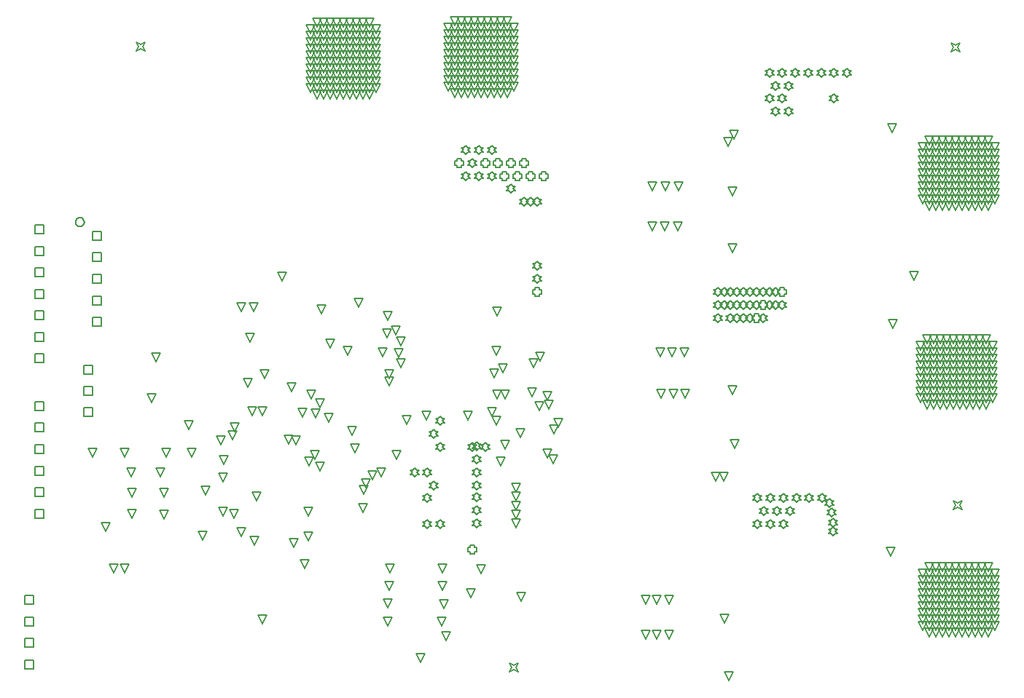
<source format=gbr>
%FSTAX23Y23*%
%MOIN*%
%SFA1B1*%

%IPPOS*%
%ADD123C,0.005000*%
%ADD124C,0.006670*%
%LNpcb_drawing_1-1*%
%LPD*%
G54D123*
X06775Y0231D02*
X06785Y0233D01*
X06775Y0235*
X06795Y0234*
X06815Y0235*
X06805Y0233*
X06815Y0231*
X06795Y0232*
X06775Y0231*
X06765Y04405D02*
X06775Y04425D01*
X06765Y04445*
X06785Y04435*
X06805Y04445*
X06795Y04425*
X06805Y04405*
X06785Y04415*
X06765Y04405*
X04745Y01565D02*
X04755Y01585D01*
X04745Y01605*
X04765Y01595*
X04785Y01605*
X04775Y01585*
X04785Y01565*
X04765Y01575*
X04745Y01565*
X0304Y0441D02*
X0305Y0443D01*
X0304Y0445*
X0306Y0444*
X0308Y0445*
X0307Y0443*
X0308Y0441*
X0306Y0442*
X0304Y0441*
X02575Y02271D02*
Y02311D01*
X02615*
Y02271*
X02575*
Y0237D02*
Y0241D01*
X02615*
Y0237*
X02575*
Y02468D02*
Y02508D01*
X02615*
Y02468*
X02575*
Y02566D02*
Y02606D01*
X02615*
Y02566*
X02575*
Y02665D02*
Y02705D01*
X02615*
Y02665*
X02575*
Y02763D02*
Y02803D01*
X02615*
Y02763*
X02575*
Y03572D02*
Y03612D01*
X02615*
Y03572*
X02575*
Y03474D02*
Y03514D01*
X02615*
Y03474*
X02575*
Y03376D02*
Y03416D01*
X02615*
Y03376*
X02575*
Y03277D02*
Y03317D01*
X02615*
Y03277*
X02575*
Y03179D02*
Y03219D01*
X02615*
Y03179*
X02575*
Y0308D02*
Y0312D01*
X02615*
Y0308*
X02575*
Y02982D02*
Y03022D01*
X02615*
Y02982*
X02575*
X0284Y03544D02*
Y03584D01*
X0288*
Y03544*
X0284*
Y03445D02*
Y03485D01*
X0288*
Y03445*
X0284*
Y03347D02*
Y03387D01*
X0288*
Y03347*
X0284*
Y03248D02*
Y03288D01*
X0288*
Y03248*
X0284*
Y0315D02*
Y0319D01*
X0288*
Y0315*
X0284*
X028Y02735D02*
Y02775D01*
X0284*
Y02735*
X028*
Y02833D02*
Y02873D01*
X0284*
Y02833*
X028*
Y02931D02*
Y02971D01*
X0284*
Y02931*
X028*
X0253Y01876D02*
Y01916D01*
X0257*
Y01876*
X0253*
Y01778D02*
Y01818D01*
X0257*
Y01778*
X0253*
Y0168D02*
Y0172D01*
X0257*
Y0168*
X0253*
Y01581D02*
Y01621D01*
X0257*
Y01581*
X0253*
X03165Y02365D02*
X03145Y02405D01*
X03185*
X03165Y02365*
Y02265D02*
X03145Y02305D01*
X03185*
X03165Y02265*
X054Y0377D02*
X0538Y0381D01*
X0542*
X054Y0377*
X04715Y02936D02*
X04695Y02976D01*
X04735*
X04715Y02936*
X04675Y02914D02*
X04655Y02954D01*
X04695*
X04675Y02914*
X0469Y02816D02*
X0467Y02856D01*
X0471*
X0469Y02816*
X04725Y02815D02*
X04705Y02855D01*
X04745*
X04725Y02815*
X04195Y02875D02*
X04175Y02915D01*
X04215*
X04195Y02875*
Y0291D02*
X04175Y0295D01*
X04215*
X04195Y0291*
X05984Y03297D02*
Y03287D01*
X06004*
Y03297*
X06014*
Y03317*
X06004*
Y03327*
X05984*
Y03317*
X05974*
Y03297*
X05984*
X05895Y03238D02*
Y03228D01*
X05915*
Y03238*
X05925*
Y03258*
X05915*
Y03268*
X05895*
Y03258*
X05885*
Y03238*
X05895*
X05865Y03178D02*
Y03168D01*
X05885*
Y03178*
X05895*
Y03198*
X05885*
Y03208*
X05865*
Y03198*
X05855*
Y03178*
X05865*
X04891Y03828D02*
Y03818D01*
X04911*
Y03828*
X04921*
Y03848*
X04911*
Y03858*
X04891*
Y03848*
X04881*
Y03828*
X04891*
X04832D02*
Y03818D01*
X04852*
Y03828*
X04862*
Y03848*
X04852*
Y03858*
X04832*
Y03848*
X04822*
Y03828*
X04832*
X04862Y03297D02*
Y03287D01*
X04882*
Y03297*
X04892*
Y03317*
X04882*
Y03327*
X04862*
Y03317*
X04852*
Y03297*
X04862*
X04802Y03887D02*
Y03877D01*
X04822*
Y03887*
X04832*
Y03907*
X04822*
Y03917*
X04802*
Y03907*
X04792*
Y03887*
X04802*
X04773Y03828D02*
Y03818D01*
X04793*
Y03828*
X04803*
Y03848*
X04793*
Y03858*
X04773*
Y03848*
X04763*
Y03828*
X04773*
X04743Y03887D02*
Y03877D01*
X04763*
Y03887*
X04773*
Y03907*
X04763*
Y03917*
X04743*
Y03907*
X04733*
Y03887*
X04743*
X04714Y03828D02*
Y03818D01*
X04734*
Y03828*
X04744*
Y03848*
X04734*
Y03858*
X04714*
Y03848*
X04704*
Y03828*
X04714*
X04684Y03887D02*
Y03877D01*
X04704*
Y03887*
X04714*
Y03907*
X04704*
Y03917*
X04684*
Y03907*
X04674*
Y03887*
X04684*
X04625D02*
Y03877D01*
X04645*
Y03887*
X04655*
Y03907*
X04645*
Y03917*
X04625*
Y03907*
X04615*
Y03887*
X04625*
X04566Y02115D02*
Y02105D01*
X04586*
Y02115*
X04596*
Y02135*
X04586*
Y02145*
X04566*
Y02135*
X04556*
Y02115*
X04566*
X04507Y03887D02*
Y03877D01*
X04527*
Y03887*
X04537*
Y03907*
X04527*
Y03917*
X04507*
Y03907*
X04497*
Y03887*
X04507*
X0388Y02776D02*
X0386Y02816D01*
X039*
X0388Y02776*
X0384Y02816D02*
X0382Y02856D01*
X0386*
X0384Y02816*
X04945Y0252D02*
X04925Y0256D01*
X04965*
X04945Y0252*
X04919Y02545D02*
X04899Y02585D01*
X04939*
X04919Y02545*
X04948Y02655D02*
X04928Y02695D01*
X04968*
X04948Y02655*
X0497Y02685D02*
X0495Y02725D01*
X0499*
X0497Y02685*
X05725Y0244D02*
X05705Y0248D01*
X05745*
X05725Y0244*
X0569D02*
X0567Y0248D01*
X0571*
X0569Y0244*
X05747Y03973D02*
X05727Y04013D01*
X05767*
X05747Y03973*
X04775Y02225D02*
X04755Y02265D01*
X04795*
X04775Y02225*
Y02265D02*
X04755Y02305D01*
X04795*
X04775Y02265*
Y02305D02*
X04755Y02345D01*
X04795*
X04775Y02305*
Y0235D02*
X04755Y0239D01*
X04795*
X04775Y0235*
Y0239D02*
X04755Y0243D01*
X04795*
X04775Y0239*
X0356Y03075D02*
X0354Y03115D01*
X0358*
X0356Y03075*
X03625Y0291D02*
X03605Y0295D01*
X03645*
X03625Y0291*
X038Y02732D02*
X0378Y02772D01*
X0382*
X038Y02732*
X0386Y0273D02*
X0384Y0277D01*
X0388*
X0386Y0273*
X0392Y0271D02*
X039Y0275D01*
X0394*
X0392Y0271*
X0425Y0306D02*
X0423Y031D01*
X0427*
X0425Y0306*
X04665Y02735D02*
X04645Y02775D01*
X04685*
X04665Y02735*
X04685Y02695D02*
X04665Y02735D01*
X04705*
X04685Y02695*
X03355Y02375D02*
X03335Y02415D01*
X03375*
X03355Y02375*
X03435Y02435D02*
X03415Y02475D01*
X03455*
X03435Y02435*
X04635Y02578D02*
X04645Y02588D01*
X04655*
X04645Y02598*
X04655Y02608*
X04645*
X04635Y02618*
X04625Y02608*
X04615*
X04625Y02598*
X04615Y02588*
X04625*
X04635Y02578*
X04576D02*
X04586Y02588D01*
X04596*
X04586Y02598*
X04596Y02608*
X04586*
X04576Y02618*
X04566Y02608*
X04556*
X04566Y02598*
X04556Y02588*
X04566*
X04576Y02578*
X05964Y03228D02*
X05974Y03238D01*
X05984*
X05974Y03248*
X05984Y03258*
X05974*
X05964Y03268*
X05954Y03258*
X05944*
X05954Y03248*
X05944Y03238*
X05954*
X05964Y03228*
X05935Y03287D02*
X05945Y03297D01*
X05955*
X05945Y03307*
X05955Y03317*
X05945*
X05935Y03327*
X05925Y03317*
X05915*
X05925Y03307*
X05915Y03297*
X05925*
X05935Y03287*
X05875D02*
X05885Y03297D01*
X05895*
X05885Y03307*
X05895Y03317*
X05885*
X05875Y03327*
X05865Y03317*
X05855*
X05865Y03307*
X05855Y03297*
X05865*
X05875Y03287*
X05846Y03228D02*
X05856Y03238D01*
X05866*
X05856Y03248*
X05866Y03258*
X05856*
X05846Y03268*
X05836Y03258*
X05826*
X05836Y03248*
X05826Y03238*
X05836*
X05846Y03228*
X05816Y03287D02*
X05826Y03297D01*
X05836*
X05826Y03307*
X05836Y03317*
X05826*
X05816Y03327*
X05806Y03317*
X05796*
X05806Y03307*
X05796Y03297*
X05806*
X05816Y03287*
X05787Y03228D02*
X05797Y03238D01*
X05807*
X05797Y03248*
X05807Y03258*
X05797*
X05787Y03268*
X05777Y03258*
X05767*
X05777Y03248*
X05767Y03238*
X05777*
X05787Y03228*
X05816Y03168D02*
X05826Y03178D01*
X05836*
X05826Y03188*
X05836Y03198*
X05826*
X05816Y03208*
X05806Y03198*
X05796*
X05806Y03188*
X05796Y03178*
X05806*
X05816Y03168*
X05757Y03287D02*
X05767Y03297D01*
X05777*
X05767Y03307*
X05777Y03317*
X05767*
X05757Y03327*
X05747Y03317*
X05737*
X05747Y03307*
X05737Y03297*
X05747*
X05757Y03287*
X05728Y03228D02*
X05738Y03238D01*
X05748*
X05738Y03248*
X05748Y03258*
X05738*
X05728Y03268*
X05718Y03258*
X05708*
X05718Y03248*
X05708Y03238*
X05718*
X05728Y03228*
X05757Y03168D02*
X05767Y03178D01*
X05777*
X05767Y03188*
X05777Y03198*
X05767*
X05757Y03208*
X05747Y03198*
X05737*
X05747Y03188*
X05737Y03178*
X05747*
X05757Y03168*
X05698Y03287D02*
X05708Y03297D01*
X05718*
X05708Y03307*
X05718Y03317*
X05708*
X05698Y03327*
X05688Y03317*
X05678*
X05688Y03307*
X05678Y03297*
X05688*
X05698Y03287*
X04842Y037D02*
X04852Y0371D01*
X04862*
X04852Y0372*
X04862Y0373*
X04852*
X04842Y0374*
X04832Y0373*
X04822*
X04832Y0372*
X04822Y0371*
X04832*
X04842Y037*
X04872Y03405D02*
X04882Y03415D01*
X04892*
X04882Y03425*
X04892Y03435*
X04882*
X04872Y03445*
X04862Y03435*
X04852*
X04862Y03425*
X04852Y03415*
X04862*
X04872Y03405*
X04753Y03759D02*
X04763Y03769D01*
X04773*
X04763Y03779*
X04773Y03789*
X04763*
X04753Y03799*
X04743Y03789*
X04733*
X04743Y03779*
X04733Y03769*
X04743*
X04753Y03759*
X04665Y03936D02*
X04675Y03946D01*
X04685*
X04675Y03956*
X04685Y03966*
X04675*
X04665Y03976*
X04655Y03966*
X04645*
X04655Y03956*
X04645Y03946*
X04655*
X04665Y03936*
Y03818D02*
X04675Y03828D01*
X04685*
X04675Y03838*
X04685Y03848*
X04675*
X04665Y03858*
X04655Y03848*
X04645*
X04655Y03838*
X04645Y03828*
X04655*
X04665Y03818*
X04606Y03936D02*
X04616Y03946D01*
X04626*
X04616Y03956*
X04626Y03966*
X04616*
X04606Y03976*
X04596Y03966*
X04586*
X04596Y03956*
X04586Y03946*
X04596*
X04606Y03936*
Y03818D02*
X04616Y03828D01*
X04626*
X04616Y03838*
X04626Y03848*
X04616*
X04606Y03858*
X04596Y03848*
X04586*
X04596Y03838*
X04586Y03828*
X04596*
X04606Y03818*
X04547Y03936D02*
X04557Y03946D01*
X04567*
X04557Y03956*
X04567Y03966*
X04557*
X04547Y03976*
X04537Y03966*
X04527*
X04537Y03956*
X04527Y03946*
X04537*
X04547Y03936*
X04576Y03877D02*
X04586Y03887D01*
X04596*
X04586Y03897*
X04596Y03907*
X04586*
X04576Y03917*
X04566Y03907*
X04556*
X04566Y03897*
X04556Y03887*
X04566*
X04576Y03877*
X04547Y03818D02*
X04557Y03828D01*
X04567*
X04557Y03838*
X04567Y03848*
X04557*
X04547Y03858*
X04537Y03848*
X04527*
X04537Y03838*
X04527Y03828*
X04537*
X04547Y03818*
X0328Y02675D02*
X0326Y02715D01*
X033*
X0328Y02675*
X0344Y02515D02*
X0342Y02555D01*
X0346*
X0344Y02515*
X03294Y0255D02*
X03274Y0259D01*
X03314*
X03294Y0255*
X0359Y0235D02*
X0357Y0239D01*
X0361*
X0359Y0235*
X0358Y02145D02*
X0356Y02185D01*
X036*
X0358Y02145*
X03825Y02165D02*
X03805Y02205D01*
X03845*
X03825Y02165*
X03435Y0228D02*
X03415Y0232D01*
X03455*
X03435Y0228*
X0284Y0255D02*
X0282Y0259D01*
X0286*
X0284Y0255*
X029Y0221D02*
X0288Y0225D01*
X0292*
X029Y0221*
X0355Y0287D02*
X0353Y0291D01*
X0357*
X0355Y0287*
X04455Y0171D02*
X04435Y0175D01*
X04475*
X04455Y0171*
X0424Y03005D02*
X0422Y03045D01*
X0426*
X0424Y03005*
X03885Y03205D02*
X03865Y03245D01*
X03905*
X03885Y03205*
X04005Y03015D02*
X03985Y03055D01*
X04025*
X04005Y03015*
X03925Y0305D02*
X03905Y0309D01*
X03945*
X03925Y0305*
X0457Y01905D02*
X0455Y01945D01*
X0459*
X0457Y01905*
X0434Y0161D02*
X0432Y0165D01*
X0436*
X0434Y0161*
X03705Y03355D02*
X03685Y03395D01*
X03725*
X03705Y03355*
X0352Y03215D02*
X035Y03255D01*
X0354*
X0352Y03215*
X03575D02*
X03555Y03255D01*
X03595*
X03575Y03215*
X0313Y02985D02*
X0311Y03025D01*
X0315*
X0313Y02985*
X0311Y028D02*
X0309Y0284D01*
X0313*
X0311Y028*
X03343Y02171D02*
X03323Y02211D01*
X03363*
X03343Y02171*
X0381Y0204D02*
X0379Y0208D01*
X0383*
X0381Y0204*
X03615Y01785D02*
X03595Y01825D01*
X03635*
X03615Y01785*
X03925Y0443D02*
X03905Y0447D01*
X03945*
X03925Y0443*
X03955D02*
X03935Y0447D01*
X03975*
X03955Y0443*
X03985D02*
X03965Y0447D01*
X04005*
X03985Y0443*
X04015D02*
X03995Y0447D01*
X04035*
X04015Y0443*
X04045D02*
X04025Y0447D01*
X04065*
X04045Y0443*
Y044D02*
X04025Y0444D01*
X04065*
X04045Y044*
X04015D02*
X03995Y0444D01*
X04035*
X04015Y044*
X03985D02*
X03965Y0444D01*
X04005*
X03985Y044*
X03955D02*
X03935Y0444D01*
X03975*
X03955Y044*
X03925D02*
X03905Y0444D01*
X03945*
X03925Y044*
Y0437D02*
X03905Y0441D01*
X03945*
X03925Y0437*
X03955D02*
X03935Y0441D01*
X03975*
X03955Y0437*
X03985D02*
X03965Y0441D01*
X04005*
X03985Y0437*
X04015D02*
X03995Y0441D01*
X04035*
X04015Y0437*
X04045D02*
X04025Y0441D01*
X04065*
X04045Y0437*
Y0434D02*
X04025Y0438D01*
X04065*
X04045Y0434*
X04015D02*
X03995Y0438D01*
X04035*
X04015Y0434*
X03985D02*
X03965Y0438D01*
X04005*
X03985Y0434*
X03955D02*
X03935Y0438D01*
X03975*
X03955Y0434*
X03925D02*
X03905Y0438D01*
X03945*
X03925Y0434*
Y0431D02*
X03905Y0435D01*
X03945*
X03925Y0431*
X03955D02*
X03935Y0435D01*
X03975*
X03955Y0431*
X03985D02*
X03965Y0435D01*
X04005*
X03985Y0431*
X04015D02*
X03995Y0435D01*
X04035*
X04015Y0431*
X04045D02*
X04025Y0435D01*
X04065*
X04045Y0431*
Y0428D02*
X04025Y0432D01*
X04065*
X04045Y0428*
X04015D02*
X03995Y0432D01*
X04035*
X04015Y0428*
X03985D02*
X03965Y0432D01*
X04005*
X03985Y0428*
X03955D02*
X03935Y0432D01*
X03975*
X03955Y0428*
X03925D02*
X03905Y0432D01*
X03945*
X03925Y0428*
Y0425D02*
X03905Y0429D01*
X03945*
X03925Y0425*
X03955D02*
X03935Y0429D01*
X03975*
X03955Y0425*
X03985D02*
X03965Y0429D01*
X04005*
X03985Y0425*
X04015D02*
X03995Y0429D01*
X04035*
X04015Y0425*
X04045D02*
X04025Y0429D01*
X04065*
X04045Y0425*
Y0422D02*
X04025Y0426D01*
X04065*
X04045Y0422*
X04015D02*
X03995Y0426D01*
X04035*
X04015Y0422*
X03985D02*
X03965Y0426D01*
X04005*
X03985Y0422*
X03955D02*
X03935Y0426D01*
X03975*
X03955Y0422*
X03925D02*
X03905Y0426D01*
X03945*
X03925Y0422*
Y0419D02*
X03905Y0423D01*
X03945*
X03925Y0419*
X03955D02*
X03935Y0423D01*
X03975*
X03955Y0419*
X03985D02*
X03965Y0423D01*
X04005*
X03985Y0419*
X04015D02*
X03995Y0423D01*
X04035*
X04015Y0419*
X04045D02*
X04025Y0423D01*
X04065*
X04045Y0419*
Y0446D02*
X04025Y045D01*
X04065*
X04045Y0446*
X04015D02*
X03995Y045D01*
X04035*
X04015Y0446*
X03985D02*
X03965Y045D01*
X04005*
X03985Y0446*
X03955D02*
X03935Y045D01*
X03975*
X03955Y0446*
X03925D02*
X03905Y045D01*
X03945*
X03925Y0446*
Y0449D02*
X03905Y0453D01*
X03945*
X03925Y0449*
X03955D02*
X03935Y0453D01*
X03975*
X03955Y0449*
X03985D02*
X03965Y0453D01*
X04005*
X03985Y0449*
X04015D02*
X03995Y0453D01*
X04035*
X04015Y0449*
X04045Y0452D02*
X04025Y0456D01*
X04065*
X04045Y0452*
X04015D02*
X03995Y0456D01*
X04035*
X04015Y0452*
X03985D02*
X03965Y0456D01*
X04005*
X03985Y0452*
X03955D02*
X03935Y0456D01*
X03975*
X03955Y0452*
X03925D02*
X03905Y0456D01*
X03945*
X03925Y0452*
X04045Y0449D02*
X04025Y0453D01*
X04065*
X04045Y0449*
X04075Y0452D02*
X04055Y0456D01*
X04095*
X04075Y0452*
Y0449D02*
X04055Y0453D01*
X04095*
X04075Y0449*
Y0446D02*
X04055Y045D01*
X04095*
X04075Y0446*
Y0443D02*
X04055Y0447D01*
X04095*
X04075Y0443*
Y044D02*
X04055Y0444D01*
X04095*
X04075Y044*
Y0437D02*
X04055Y0441D01*
X04095*
X04075Y0437*
Y0434D02*
X04055Y0438D01*
X04095*
X04075Y0434*
Y0431D02*
X04055Y0435D01*
X04095*
X04075Y0431*
Y0428D02*
X04055Y0432D01*
X04095*
X04075Y0428*
Y0425D02*
X04055Y0429D01*
X04095*
X04075Y0425*
Y0422D02*
X04055Y0426D01*
X04095*
X04075Y0422*
Y0419D02*
X04055Y0423D01*
X04095*
X04075Y0419*
X04105Y0452D02*
X04085Y0456D01*
X04125*
X04105Y0452*
Y0449D02*
X04085Y0453D01*
X04125*
X04105Y0449*
Y0446D02*
X04085Y045D01*
X04125*
X04105Y0446*
Y0443D02*
X04085Y0447D01*
X04125*
X04105Y0443*
Y044D02*
X04085Y0444D01*
X04125*
X04105Y044*
Y0437D02*
X04085Y0441D01*
X04125*
X04105Y0437*
Y0434D02*
X04085Y0438D01*
X04125*
X04105Y0434*
Y0431D02*
X04085Y0435D01*
X04125*
X04105Y0431*
Y0428D02*
X04085Y0432D01*
X04125*
X04105Y0428*
Y0425D02*
X04085Y0429D01*
X04125*
X04105Y0425*
Y0422D02*
X04085Y0426D01*
X04125*
X04105Y0422*
Y0419D02*
X04085Y0423D01*
X04125*
X04105Y0419*
X04135Y0449D02*
X04115Y0453D01*
X04155*
X04135Y0449*
Y0446D02*
X04115Y045D01*
X04155*
X04135Y0446*
Y0443D02*
X04115Y0447D01*
X04155*
X04135Y0443*
Y044D02*
X04115Y0444D01*
X04155*
X04135Y044*
Y0437D02*
X04115Y0441D01*
X04155*
X04135Y0437*
Y0434D02*
X04115Y0438D01*
X04155*
X04135Y0434*
Y0431D02*
X04115Y0435D01*
X04155*
X04135Y0431*
Y0428D02*
X04115Y0432D01*
X04155*
X04135Y0428*
Y0425D02*
X04115Y0429D01*
X04155*
X04135Y0425*
Y0422D02*
X04115Y0426D01*
X04155*
X04135Y0422*
X03895Y0419D02*
X03875Y0423D01*
X03915*
X03895Y0419*
Y0422D02*
X03875Y0426D01*
X03915*
X03895Y0422*
Y0425D02*
X03875Y0429D01*
X03915*
X03895Y0425*
Y0428D02*
X03875Y0432D01*
X03915*
X03895Y0428*
Y0431D02*
X03875Y0435D01*
X03915*
X03895Y0431*
Y0434D02*
X03875Y0438D01*
X03915*
X03895Y0434*
Y0437D02*
X03875Y0441D01*
X03915*
X03895Y0437*
Y044D02*
X03875Y0444D01*
X03915*
X03895Y044*
Y0443D02*
X03875Y0447D01*
X03915*
X03895Y0443*
Y0446D02*
X03875Y045D01*
X03915*
X03895Y0446*
Y0449D02*
X03875Y0453D01*
X03915*
X03895Y0449*
Y0452D02*
X03875Y0456D01*
X03915*
X03895Y0452*
X03865D02*
X03845Y0456D01*
X03885*
X03865Y0452*
Y0449D02*
X03845Y0453D01*
X03885*
X03865Y0449*
Y0446D02*
X03845Y045D01*
X03885*
X03865Y0446*
Y0443D02*
X03845Y0447D01*
X03885*
X03865Y0443*
Y044D02*
X03845Y0444D01*
X03885*
X03865Y044*
Y0437D02*
X03845Y0441D01*
X03885*
X03865Y0437*
Y0434D02*
X03845Y0438D01*
X03885*
X03865Y0434*
Y0431D02*
X03845Y0435D01*
X03885*
X03865Y0431*
Y0428D02*
X03845Y0432D01*
X03885*
X03865Y0428*
Y0425D02*
X03845Y0429D01*
X03885*
X03865Y0425*
Y0422D02*
X03845Y0426D01*
X03885*
X03865Y0422*
Y0419D02*
X03845Y0423D01*
X03885*
X03865Y0419*
X03835Y0422D02*
X03815Y0426D01*
X03855*
X03835Y0422*
Y0425D02*
X03815Y0429D01*
X03855*
X03835Y0425*
Y0428D02*
X03815Y0432D01*
X03855*
X03835Y0428*
Y0431D02*
X03815Y0435D01*
X03855*
X03835Y0431*
Y0434D02*
X03815Y0438D01*
X03855*
X03835Y0434*
Y0437D02*
X03815Y0441D01*
X03855*
X03835Y0437*
Y044D02*
X03815Y0444D01*
X03855*
X03835Y044*
Y0443D02*
X03815Y0447D01*
X03855*
X03835Y0443*
Y0446D02*
X03815Y045D01*
X03855*
X03835Y0446*
Y0449D02*
X03815Y0453D01*
X03855*
X03835Y0449*
X04465Y04495D02*
X04445Y04535D01*
X04485*
X04465Y04495*
Y04465D02*
X04445Y04505D01*
X04485*
X04465Y04465*
Y04435D02*
X04445Y04475D01*
X04485*
X04465Y04435*
Y04405D02*
X04445Y04445D01*
X04485*
X04465Y04405*
Y04375D02*
X04445Y04415D01*
X04485*
X04465Y04375*
Y04345D02*
X04445Y04385D01*
X04485*
X04465Y04345*
Y04315D02*
X04445Y04355D01*
X04485*
X04465Y04315*
Y04285D02*
X04445Y04325D01*
X04485*
X04465Y04285*
Y04255D02*
X04445Y04295D01*
X04485*
X04465Y04255*
Y04225D02*
X04445Y04265D01*
X04485*
X04465Y04225*
X04495Y04195D02*
X04475Y04235D01*
X04515*
X04495Y04195*
Y04225D02*
X04475Y04265D01*
X04515*
X04495Y04225*
Y04255D02*
X04475Y04295D01*
X04515*
X04495Y04255*
Y04285D02*
X04475Y04325D01*
X04515*
X04495Y04285*
Y04315D02*
X04475Y04355D01*
X04515*
X04495Y04315*
Y04345D02*
X04475Y04385D01*
X04515*
X04495Y04345*
Y04375D02*
X04475Y04415D01*
X04515*
X04495Y04375*
Y04405D02*
X04475Y04445D01*
X04515*
X04495Y04405*
Y04435D02*
X04475Y04475D01*
X04515*
X04495Y04435*
Y04465D02*
X04475Y04505D01*
X04515*
X04495Y04465*
Y04495D02*
X04475Y04535D01*
X04515*
X04495Y04495*
Y04525D02*
X04475Y04565D01*
X04515*
X04495Y04525*
X04525D02*
X04505Y04565D01*
X04545*
X04525Y04525*
Y04495D02*
X04505Y04535D01*
X04545*
X04525Y04495*
Y04465D02*
X04505Y04505D01*
X04545*
X04525Y04465*
Y04435D02*
X04505Y04475D01*
X04545*
X04525Y04435*
Y04405D02*
X04505Y04445D01*
X04545*
X04525Y04405*
Y04375D02*
X04505Y04415D01*
X04545*
X04525Y04375*
Y04345D02*
X04505Y04385D01*
X04545*
X04525Y04345*
Y04315D02*
X04505Y04355D01*
X04545*
X04525Y04315*
Y04285D02*
X04505Y04325D01*
X04545*
X04525Y04285*
Y04255D02*
X04505Y04295D01*
X04545*
X04525Y04255*
Y04225D02*
X04505Y04265D01*
X04545*
X04525Y04225*
Y04195D02*
X04505Y04235D01*
X04545*
X04525Y04195*
X04765Y04225D02*
X04745Y04265D01*
X04785*
X04765Y04225*
Y04255D02*
X04745Y04295D01*
X04785*
X04765Y04255*
Y04285D02*
X04745Y04325D01*
X04785*
X04765Y04285*
Y04315D02*
X04745Y04355D01*
X04785*
X04765Y04315*
Y04345D02*
X04745Y04385D01*
X04785*
X04765Y04345*
Y04375D02*
X04745Y04415D01*
X04785*
X04765Y04375*
Y04405D02*
X04745Y04445D01*
X04785*
X04765Y04405*
Y04435D02*
X04745Y04475D01*
X04785*
X04765Y04435*
Y04465D02*
X04745Y04505D01*
X04785*
X04765Y04465*
Y04495D02*
X04745Y04535D01*
X04785*
X04765Y04495*
X04735Y04195D02*
X04715Y04235D01*
X04755*
X04735Y04195*
Y04225D02*
X04715Y04265D01*
X04755*
X04735Y04225*
Y04255D02*
X04715Y04295D01*
X04755*
X04735Y04255*
Y04285D02*
X04715Y04325D01*
X04755*
X04735Y04285*
Y04315D02*
X04715Y04355D01*
X04755*
X04735Y04315*
Y04345D02*
X04715Y04385D01*
X04755*
X04735Y04345*
Y04375D02*
X04715Y04415D01*
X04755*
X04735Y04375*
Y04405D02*
X04715Y04445D01*
X04755*
X04735Y04405*
Y04435D02*
X04715Y04475D01*
X04755*
X04735Y04435*
Y04465D02*
X04715Y04505D01*
X04755*
X04735Y04465*
Y04495D02*
X04715Y04535D01*
X04755*
X04735Y04495*
Y04525D02*
X04715Y04565D01*
X04755*
X04735Y04525*
X04705Y04195D02*
X04685Y04235D01*
X04725*
X04705Y04195*
Y04225D02*
X04685Y04265D01*
X04725*
X04705Y04225*
Y04255D02*
X04685Y04295D01*
X04725*
X04705Y04255*
Y04285D02*
X04685Y04325D01*
X04725*
X04705Y04285*
Y04315D02*
X04685Y04355D01*
X04725*
X04705Y04315*
Y04345D02*
X04685Y04385D01*
X04725*
X04705Y04345*
Y04375D02*
X04685Y04415D01*
X04725*
X04705Y04375*
Y04405D02*
X04685Y04445D01*
X04725*
X04705Y04405*
Y04435D02*
X04685Y04475D01*
X04725*
X04705Y04435*
Y04465D02*
X04685Y04505D01*
X04725*
X04705Y04465*
Y04495D02*
X04685Y04535D01*
X04725*
X04705Y04495*
Y04525D02*
X04685Y04565D01*
X04725*
X04705Y04525*
X04675Y04495D02*
X04655Y04535D01*
X04695*
X04675Y04495*
X04555Y04525D02*
X04535Y04565D01*
X04575*
X04555Y04525*
X04585D02*
X04565Y04565D01*
X04605*
X04585Y04525*
X04615D02*
X04595Y04565D01*
X04635*
X04615Y04525*
X04645D02*
X04625Y04565D01*
X04665*
X04645Y04525*
X04675D02*
X04655Y04565D01*
X04695*
X04675Y04525*
X04645Y04495D02*
X04625Y04535D01*
X04665*
X04645Y04495*
X04615D02*
X04595Y04535D01*
X04635*
X04615Y04495*
X04585D02*
X04565Y04535D01*
X04605*
X04585Y04495*
X04555D02*
X04535Y04535D01*
X04575*
X04555Y04495*
Y04465D02*
X04535Y04505D01*
X04575*
X04555Y04465*
X04585D02*
X04565Y04505D01*
X04605*
X04585Y04465*
X04615D02*
X04595Y04505D01*
X04635*
X04615Y04465*
X04645D02*
X04625Y04505D01*
X04665*
X04645Y04465*
X04675D02*
X04655Y04505D01*
X04695*
X04675Y04465*
Y04195D02*
X04655Y04235D01*
X04695*
X04675Y04195*
X04645D02*
X04625Y04235D01*
X04665*
X04645Y04195*
X04615D02*
X04595Y04235D01*
X04635*
X04615Y04195*
X04585D02*
X04565Y04235D01*
X04605*
X04585Y04195*
X04555D02*
X04535Y04235D01*
X04575*
X04555Y04195*
Y04225D02*
X04535Y04265D01*
X04575*
X04555Y04225*
X04585D02*
X04565Y04265D01*
X04605*
X04585Y04225*
X04615D02*
X04595Y04265D01*
X04635*
X04615Y04225*
X04645D02*
X04625Y04265D01*
X04665*
X04645Y04225*
X04675D02*
X04655Y04265D01*
X04695*
X04675Y04225*
Y04255D02*
X04655Y04295D01*
X04695*
X04675Y04255*
X04645D02*
X04625Y04295D01*
X04665*
X04645Y04255*
X04615D02*
X04595Y04295D01*
X04635*
X04615Y04255*
X04585D02*
X04565Y04295D01*
X04605*
X04585Y04255*
X04555D02*
X04535Y04295D01*
X04575*
X04555Y04255*
Y04285D02*
X04535Y04325D01*
X04575*
X04555Y04285*
X04585D02*
X04565Y04325D01*
X04605*
X04585Y04285*
X04615D02*
X04595Y04325D01*
X04635*
X04615Y04285*
X04645D02*
X04625Y04325D01*
X04665*
X04645Y04285*
X04675D02*
X04655Y04325D01*
X04695*
X04675Y04285*
Y04315D02*
X04655Y04355D01*
X04695*
X04675Y04315*
X04645D02*
X04625Y04355D01*
X04665*
X04645Y04315*
X04615D02*
X04595Y04355D01*
X04635*
X04615Y04315*
X04585D02*
X04565Y04355D01*
X04605*
X04585Y04315*
X04555D02*
X04535Y04355D01*
X04575*
X04555Y04315*
Y04345D02*
X04535Y04385D01*
X04575*
X04555Y04345*
X04585D02*
X04565Y04385D01*
X04605*
X04585Y04345*
X04615D02*
X04595Y04385D01*
X04635*
X04615Y04345*
X04645D02*
X04625Y04385D01*
X04665*
X04645Y04345*
X04675D02*
X04655Y04385D01*
X04695*
X04675Y04345*
Y04375D02*
X04655Y04415D01*
X04695*
X04675Y04375*
X04645D02*
X04625Y04415D01*
X04665*
X04645Y04375*
X04615D02*
X04595Y04415D01*
X04635*
X04615Y04375*
X04585D02*
X04565Y04415D01*
X04605*
X04585Y04375*
X04555D02*
X04535Y04415D01*
X04575*
X04555Y04375*
Y04405D02*
X04535Y04445D01*
X04575*
X04555Y04405*
X04585D02*
X04565Y04445D01*
X04605*
X04585Y04405*
X04615D02*
X04595Y04445D01*
X04635*
X04615Y04405*
X04645D02*
X04625Y04445D01*
X04665*
X04645Y04405*
X04675D02*
X04655Y04445D01*
X04695*
X04675Y04405*
Y04435D02*
X04655Y04475D01*
X04695*
X04675Y04435*
X04645D02*
X04625Y04475D01*
X04665*
X04645Y04435*
X04615D02*
X04595Y04475D01*
X04635*
X04615Y04435*
X04585D02*
X04565Y04475D01*
X04605*
X04585Y04435*
X04555D02*
X04535Y04475D01*
X04575*
X04555Y04435*
X06725Y0377D02*
X06705Y0381D01*
X06745*
X06725Y0377*
Y038D02*
X06705Y0384D01*
X06745*
X06725Y038*
Y0383D02*
X06705Y0387D01*
X06745*
X06725Y0383*
Y0386D02*
X06705Y039D01*
X06745*
X06725Y0386*
Y0389D02*
X06705Y0393D01*
X06745*
X06725Y0389*
X06755D02*
X06735Y0393D01*
X06775*
X06755Y0389*
Y0386D02*
X06735Y039D01*
X06775*
X06755Y0386*
Y0383D02*
X06735Y0387D01*
X06775*
X06755Y0383*
Y038D02*
X06735Y0384D01*
X06775*
X06755Y038*
Y0377D02*
X06735Y0381D01*
X06775*
X06755Y0377*
X06785D02*
X06765Y0381D01*
X06805*
X06785Y0377*
Y038D02*
X06765Y0384D01*
X06805*
X06785Y038*
Y0383D02*
X06765Y0387D01*
X06805*
X06785Y0383*
Y0386D02*
X06765Y039D01*
X06805*
X06785Y0386*
Y0389D02*
X06765Y0393D01*
X06805*
X06785Y0389*
X06815D02*
X06795Y0393D01*
X06835*
X06815Y0389*
Y0386D02*
X06795Y039D01*
X06835*
X06815Y0386*
Y0383D02*
X06795Y0387D01*
X06835*
X06815Y0383*
Y038D02*
X06795Y0384D01*
X06835*
X06815Y038*
Y0377D02*
X06795Y0381D01*
X06835*
X06815Y0377*
X06845D02*
X06825Y0381D01*
X06865*
X06845Y0377*
Y038D02*
X06825Y0384D01*
X06865*
X06845Y038*
Y0383D02*
X06825Y0387D01*
X06865*
X06845Y0383*
Y0386D02*
X06825Y039D01*
X06865*
X06845Y0386*
Y0389D02*
X06825Y0393D01*
X06865*
X06845Y0389*
X06875D02*
X06855Y0393D01*
X06895*
X06875Y0389*
Y0386D02*
X06855Y039D01*
X06895*
X06875Y0386*
Y0383D02*
X06855Y0387D01*
X06895*
X06875Y0383*
Y038D02*
X06855Y0384D01*
X06895*
X06875Y038*
Y0377D02*
X06855Y0381D01*
X06895*
X06875Y0377*
X06905D02*
X06885Y0381D01*
X06925*
X06905Y0377*
Y038D02*
X06885Y0384D01*
X06925*
X06905Y038*
Y0383D02*
X06885Y0387D01*
X06925*
X06905Y0383*
Y0386D02*
X06885Y039D01*
X06925*
X06905Y0386*
Y0389D02*
X06885Y0393D01*
X06925*
X06905Y0389*
X06935D02*
X06915Y0393D01*
X06955*
X06935Y0389*
Y0386D02*
X06915Y039D01*
X06955*
X06935Y0386*
Y0383D02*
X06915Y0387D01*
X06955*
X06935Y0383*
Y038D02*
X06915Y0384D01*
X06955*
X06935Y038*
Y0377D02*
X06915Y0381D01*
X06955*
X06935Y0377*
X06965D02*
X06945Y0381D01*
X06985*
X06965Y0377*
Y038D02*
X06945Y0384D01*
X06985*
X06965Y038*
Y0383D02*
X06945Y0387D01*
X06985*
X06965Y0383*
Y0386D02*
X06945Y039D01*
X06985*
X06965Y0386*
Y0389D02*
X06945Y0393D01*
X06985*
X06965Y0389*
X06695D02*
X06675Y0393D01*
X06715*
X06695Y0389*
Y0386D02*
X06675Y039D01*
X06715*
X06695Y0386*
Y0383D02*
X06675Y0387D01*
X06715*
X06695Y0383*
Y038D02*
X06675Y0384D01*
X06715*
X06695Y038*
Y0377D02*
X06675Y0381D01*
X06715*
X06695Y0377*
X06665D02*
X06645Y0381D01*
X06685*
X06665Y0377*
Y038D02*
X06645Y0384D01*
X06685*
X06665Y038*
Y0383D02*
X06645Y0387D01*
X06685*
X06665Y0383*
Y0386D02*
X06645Y039D01*
X06685*
X06665Y0386*
X06635Y0389D02*
X06615Y0393D01*
X06655*
X06635Y0389*
Y0386D02*
X06615Y039D01*
X06655*
X06635Y0386*
Y0383D02*
X06615Y0387D01*
X06655*
X06635Y0383*
Y038D02*
X06615Y0384D01*
X06655*
X06635Y038*
Y0377D02*
X06615Y0381D01*
X06655*
X06635Y0377*
X06665Y0389D02*
X06645Y0393D01*
X06685*
X06665Y0389*
X06635Y0392D02*
X06615Y0396D01*
X06655*
X06635Y0392*
X06665D02*
X06645Y0396D01*
X06685*
X06665Y0392*
X06695D02*
X06675Y0396D01*
X06715*
X06695Y0392*
X06725D02*
X06705Y0396D01*
X06745*
X06725Y0392*
X06755D02*
X06735Y0396D01*
X06775*
X06755Y0392*
X06785D02*
X06765Y0396D01*
X06805*
X06785Y0392*
X06815D02*
X06795Y0396D01*
X06835*
X06815Y0392*
X06845D02*
X06825Y0396D01*
X06865*
X06845Y0392*
X06875D02*
X06855Y0396D01*
X06895*
X06875Y0392*
X06905D02*
X06885Y0396D01*
X06925*
X06905Y0392*
X06935D02*
X06915Y0396D01*
X06955*
X06935Y0392*
X06965D02*
X06945Y0396D01*
X06985*
X06965Y0392*
X06635Y0395D02*
X06615Y0399D01*
X06655*
X06635Y0395*
X06665D02*
X06645Y0399D01*
X06685*
X06665Y0395*
X06695D02*
X06675Y0399D01*
X06715*
X06695Y0395*
X06725D02*
X06705Y0399D01*
X06745*
X06725Y0395*
X06755D02*
X06735Y0399D01*
X06775*
X06755Y0395*
X06785D02*
X06765Y0399D01*
X06805*
X06785Y0395*
X06815D02*
X06795Y0399D01*
X06835*
X06815Y0395*
X06845D02*
X06825Y0399D01*
X06865*
X06845Y0395*
X06875D02*
X06855Y0399D01*
X06895*
X06875Y0395*
X06905D02*
X06885Y0399D01*
X06925*
X06905Y0395*
X06935D02*
X06915Y0399D01*
X06955*
X06935Y0395*
X06965D02*
X06945Y0399D01*
X06985*
X06965Y0395*
X06665Y0398D02*
X06645Y0402D01*
X06685*
X06665Y0398*
X06695D02*
X06675Y0402D01*
X06715*
X06695Y0398*
X06725D02*
X06705Y0402D01*
X06745*
X06725Y0398*
X06755D02*
X06735Y0402D01*
X06775*
X06755Y0398*
X06785D02*
X06765Y0402D01*
X06805*
X06785Y0398*
X06815D02*
X06795Y0402D01*
X06835*
X06815Y0398*
X06845D02*
X06825Y0402D01*
X06865*
X06845Y0398*
X06875D02*
X06855Y0402D01*
X06895*
X06875Y0398*
X06905D02*
X06885Y0402D01*
X06925*
X06905Y0398*
X06935D02*
X06915Y0402D01*
X06955*
X06935Y0398*
X06965Y0374D02*
X06945Y0378D01*
X06985*
X06965Y0374*
X06935D02*
X06915Y0378D01*
X06955*
X06935Y0374*
X06905D02*
X06885Y0378D01*
X06925*
X06905Y0374*
X06875D02*
X06855Y0378D01*
X06895*
X06875Y0374*
X06845D02*
X06825Y0378D01*
X06865*
X06845Y0374*
X06815D02*
X06795Y0378D01*
X06835*
X06815Y0374*
X06785D02*
X06765Y0378D01*
X06805*
X06785Y0374*
X06755D02*
X06735Y0378D01*
X06775*
X06755Y0374*
X06725D02*
X06705Y0378D01*
X06745*
X06725Y0374*
X06695D02*
X06675Y0378D01*
X06715*
X06695Y0374*
X06665D02*
X06645Y0378D01*
X06685*
X06665Y0374*
X06635D02*
X06615Y0378D01*
X06655*
X06635Y0374*
Y0371D02*
X06615Y0375D01*
X06655*
X06635Y0371*
X06665D02*
X06645Y0375D01*
X06685*
X06665Y0371*
X06695D02*
X06675Y0375D01*
X06715*
X06695Y0371*
X06725D02*
X06705Y0375D01*
X06745*
X06725Y0371*
X06755D02*
X06735Y0375D01*
X06775*
X06755Y0371*
X06785D02*
X06765Y0375D01*
X06805*
X06785Y0371*
X06815D02*
X06795Y0375D01*
X06835*
X06815Y0371*
X06845D02*
X06825Y0375D01*
X06865*
X06845Y0371*
X06875D02*
X06855Y0375D01*
X06895*
X06875Y0371*
X06905D02*
X06885Y0375D01*
X06925*
X06905Y0371*
X06935D02*
X06915Y0375D01*
X06955*
X06935Y0371*
X06965D02*
X06945Y0375D01*
X06985*
X06965Y0371*
X06935Y0368D02*
X06915Y0372D01*
X06955*
X06935Y0368*
X06905D02*
X06885Y0372D01*
X06925*
X06905Y0368*
X06875D02*
X06855Y0372D01*
X06895*
X06875Y0368*
X06845D02*
X06825Y0372D01*
X06865*
X06845Y0368*
X06815D02*
X06795Y0372D01*
X06835*
X06815Y0368*
X06785D02*
X06765Y0372D01*
X06805*
X06785Y0368*
X06755D02*
X06735Y0372D01*
X06775*
X06755Y0368*
X06725D02*
X06705Y0372D01*
X06745*
X06725Y0368*
X06695D02*
X06675Y0372D01*
X06715*
X06695Y0368*
X06665D02*
X06645Y0372D01*
X06685*
X06665Y0368*
X06657Y0277D02*
X06637Y0281D01*
X06677*
X06657Y0277*
X06687D02*
X06667Y0281D01*
X06707*
X06687Y0277*
X06717D02*
X06697Y0281D01*
X06737*
X06717Y0277*
X06747D02*
X06727Y0281D01*
X06767*
X06747Y0277*
X06777D02*
X06757Y0281D01*
X06797*
X06777Y0277*
X06807D02*
X06787Y0281D01*
X06827*
X06807Y0277*
X06837D02*
X06817Y0281D01*
X06857*
X06837Y0277*
X06867D02*
X06847Y0281D01*
X06887*
X06867Y0277*
X06897D02*
X06877Y0281D01*
X06917*
X06897Y0277*
X06927D02*
X06907Y0281D01*
X06947*
X06927Y0277*
X06957Y028D02*
X06937Y0284D01*
X06977*
X06957Y028*
X06927D02*
X06907Y0284D01*
X06947*
X06927Y028*
X06897D02*
X06877Y0284D01*
X06917*
X06897Y028*
X06867D02*
X06847Y0284D01*
X06887*
X06867Y028*
X06837D02*
X06817Y0284D01*
X06857*
X06837Y028*
X06807D02*
X06787Y0284D01*
X06827*
X06807Y028*
X06777D02*
X06757Y0284D01*
X06797*
X06777Y028*
X06747D02*
X06727Y0284D01*
X06767*
X06747Y028*
X06717D02*
X06697Y0284D01*
X06737*
X06717Y028*
X06687D02*
X06667Y0284D01*
X06707*
X06687Y028*
X06657D02*
X06637Y0284D01*
X06677*
X06657Y028*
X06627D02*
X06607Y0284D01*
X06647*
X06627Y028*
Y0283D02*
X06607Y0287D01*
X06647*
X06627Y0283*
X06657D02*
X06637Y0287D01*
X06677*
X06657Y0283*
X06687D02*
X06667Y0287D01*
X06707*
X06687Y0283*
X06717D02*
X06697Y0287D01*
X06737*
X06717Y0283*
X06747D02*
X06727Y0287D01*
X06767*
X06747Y0283*
X06777D02*
X06757Y0287D01*
X06797*
X06777Y0283*
X06807D02*
X06787Y0287D01*
X06827*
X06807Y0283*
X06837D02*
X06817Y0287D01*
X06857*
X06837Y0283*
X06867D02*
X06847Y0287D01*
X06887*
X06867Y0283*
X06897D02*
X06877Y0287D01*
X06917*
X06897Y0283*
X06927D02*
X06907Y0287D01*
X06947*
X06927Y0283*
X06957D02*
X06937Y0287D01*
X06977*
X06957Y0283*
X06927Y0307D02*
X06907Y0311D01*
X06947*
X06927Y0307*
X06897D02*
X06877Y0311D01*
X06917*
X06897Y0307*
X06867D02*
X06847Y0311D01*
X06887*
X06867Y0307*
X06837D02*
X06817Y0311D01*
X06857*
X06837Y0307*
X06807D02*
X06787Y0311D01*
X06827*
X06807Y0307*
X06777D02*
X06757Y0311D01*
X06797*
X06777Y0307*
X06747D02*
X06727Y0311D01*
X06767*
X06747Y0307*
X06717D02*
X06697Y0311D01*
X06737*
X06717Y0307*
X06687D02*
X06667Y0311D01*
X06707*
X06687Y0307*
X06657D02*
X06637Y0311D01*
X06677*
X06657Y0307*
X06957Y0304D02*
X06937Y0308D01*
X06977*
X06957Y0304*
X06927D02*
X06907Y0308D01*
X06947*
X06927Y0304*
X06897D02*
X06877Y0308D01*
X06917*
X06897Y0304*
X06867D02*
X06847Y0308D01*
X06887*
X06867Y0304*
X06837D02*
X06817Y0308D01*
X06857*
X06837Y0304*
X06807D02*
X06787Y0308D01*
X06827*
X06807Y0304*
X06777D02*
X06757Y0308D01*
X06797*
X06777Y0304*
X06747D02*
X06727Y0308D01*
X06767*
X06747Y0304*
X06717D02*
X06697Y0308D01*
X06737*
X06717Y0304*
X06687D02*
X06667Y0308D01*
X06707*
X06687Y0304*
X06657D02*
X06637Y0308D01*
X06677*
X06657Y0304*
X06627D02*
X06607Y0308D01*
X06647*
X06627Y0304*
X06957Y0301D02*
X06937Y0305D01*
X06977*
X06957Y0301*
X06927D02*
X06907Y0305D01*
X06947*
X06927Y0301*
X06897D02*
X06877Y0305D01*
X06917*
X06897Y0301*
X06867D02*
X06847Y0305D01*
X06887*
X06867Y0301*
X06837D02*
X06817Y0305D01*
X06857*
X06837Y0301*
X06807D02*
X06787Y0305D01*
X06827*
X06807Y0301*
X06777D02*
X06757Y0305D01*
X06797*
X06777Y0301*
X06747D02*
X06727Y0305D01*
X06767*
X06747Y0301*
X06717D02*
X06697Y0305D01*
X06737*
X06717Y0301*
X06687D02*
X06667Y0305D01*
X06707*
X06687Y0301*
X06657D02*
X06637Y0305D01*
X06677*
X06657Y0301*
X06627D02*
X06607Y0305D01*
X06647*
X06627Y0301*
X06657Y0298D02*
X06637Y0302D01*
X06677*
X06657Y0298*
X06627Y0286D02*
X06607Y029D01*
X06647*
X06627Y0286*
Y0289D02*
X06607Y0293D01*
X06647*
X06627Y0289*
Y0292D02*
X06607Y0296D01*
X06647*
X06627Y0292*
Y0295D02*
X06607Y0299D01*
X06647*
X06627Y0295*
Y0298D02*
X06607Y0302D01*
X06647*
X06627Y0298*
X06657Y0295D02*
X06637Y0299D01*
X06677*
X06657Y0295*
Y0292D02*
X06637Y0296D01*
X06677*
X06657Y0292*
Y0289D02*
X06637Y0293D01*
X06677*
X06657Y0289*
Y0286D02*
X06637Y029D01*
X06677*
X06657Y0286*
X06687D02*
X06667Y029D01*
X06707*
X06687Y0286*
Y0289D02*
X06667Y0293D01*
X06707*
X06687Y0289*
Y0292D02*
X06667Y0296D01*
X06707*
X06687Y0292*
Y0295D02*
X06667Y0299D01*
X06707*
X06687Y0295*
Y0298D02*
X06667Y0302D01*
X06707*
X06687Y0298*
X06957D02*
X06937Y0302D01*
X06977*
X06957Y0298*
Y0295D02*
X06937Y0299D01*
X06977*
X06957Y0295*
Y0292D02*
X06937Y0296D01*
X06977*
X06957Y0292*
Y0289D02*
X06937Y0293D01*
X06977*
X06957Y0289*
Y0286D02*
X06937Y029D01*
X06977*
X06957Y0286*
X06927D02*
X06907Y029D01*
X06947*
X06927Y0286*
Y0289D02*
X06907Y0293D01*
X06947*
X06927Y0289*
Y0292D02*
X06907Y0296D01*
X06947*
X06927Y0292*
Y0295D02*
X06907Y0299D01*
X06947*
X06927Y0295*
Y0298D02*
X06907Y0302D01*
X06947*
X06927Y0298*
X06897D02*
X06877Y0302D01*
X06917*
X06897Y0298*
Y0295D02*
X06877Y0299D01*
X06917*
X06897Y0295*
Y0292D02*
X06877Y0296D01*
X06917*
X06897Y0292*
Y0289D02*
X06877Y0293D01*
X06917*
X06897Y0289*
Y0286D02*
X06877Y029D01*
X06917*
X06897Y0286*
X06867D02*
X06847Y029D01*
X06887*
X06867Y0286*
Y0289D02*
X06847Y0293D01*
X06887*
X06867Y0289*
Y0292D02*
X06847Y0296D01*
X06887*
X06867Y0292*
Y0295D02*
X06847Y0299D01*
X06887*
X06867Y0295*
Y0298D02*
X06847Y0302D01*
X06887*
X06867Y0298*
X06837D02*
X06817Y0302D01*
X06857*
X06837Y0298*
Y0295D02*
X06817Y0299D01*
X06857*
X06837Y0295*
Y0292D02*
X06817Y0296D01*
X06857*
X06837Y0292*
Y0289D02*
X06817Y0293D01*
X06857*
X06837Y0289*
Y0286D02*
X06817Y029D01*
X06857*
X06837Y0286*
X06807D02*
X06787Y029D01*
X06827*
X06807Y0286*
Y0289D02*
X06787Y0293D01*
X06827*
X06807Y0289*
Y0292D02*
X06787Y0296D01*
X06827*
X06807Y0292*
Y0295D02*
X06787Y0299D01*
X06827*
X06807Y0295*
Y0298D02*
X06787Y0302D01*
X06827*
X06807Y0298*
X06777D02*
X06757Y0302D01*
X06797*
X06777Y0298*
Y0295D02*
X06757Y0299D01*
X06797*
X06777Y0295*
Y0292D02*
X06757Y0296D01*
X06797*
X06777Y0292*
Y0289D02*
X06757Y0293D01*
X06797*
X06777Y0289*
Y0286D02*
X06757Y029D01*
X06797*
X06777Y0286*
X06747D02*
X06727Y029D01*
X06767*
X06747Y0286*
Y0289D02*
X06727Y0293D01*
X06767*
X06747Y0289*
Y0292D02*
X06727Y0296D01*
X06767*
X06747Y0292*
Y0295D02*
X06727Y0299D01*
X06767*
X06747Y0295*
Y0298D02*
X06727Y0302D01*
X06767*
X06747Y0298*
X06717D02*
X06697Y0302D01*
X06737*
X06717Y0298*
Y0295D02*
X06697Y0299D01*
X06737*
X06717Y0295*
Y0292D02*
X06697Y0296D01*
X06737*
X06717Y0292*
Y0289D02*
X06697Y0293D01*
X06737*
X06717Y0289*
Y0286D02*
X06697Y029D01*
X06737*
X06717Y0286*
X06725Y01815D02*
X06705Y01855D01*
X06745*
X06725Y01815*
Y01845D02*
X06705Y01885D01*
X06745*
X06725Y01845*
Y01875D02*
X06705Y01915D01*
X06745*
X06725Y01875*
Y01905D02*
X06705Y01945D01*
X06745*
X06725Y01905*
Y01935D02*
X06705Y01975D01*
X06745*
X06725Y01935*
X06755D02*
X06735Y01975D01*
X06775*
X06755Y01935*
Y01905D02*
X06735Y01945D01*
X06775*
X06755Y01905*
Y01875D02*
X06735Y01915D01*
X06775*
X06755Y01875*
Y01845D02*
X06735Y01885D01*
X06775*
X06755Y01845*
Y01815D02*
X06735Y01855D01*
X06775*
X06755Y01815*
X06785D02*
X06765Y01855D01*
X06805*
X06785Y01815*
Y01845D02*
X06765Y01885D01*
X06805*
X06785Y01845*
Y01875D02*
X06765Y01915D01*
X06805*
X06785Y01875*
Y01905D02*
X06765Y01945D01*
X06805*
X06785Y01905*
Y01935D02*
X06765Y01975D01*
X06805*
X06785Y01935*
X06815D02*
X06795Y01975D01*
X06835*
X06815Y01935*
Y01905D02*
X06795Y01945D01*
X06835*
X06815Y01905*
Y01875D02*
X06795Y01915D01*
X06835*
X06815Y01875*
Y01845D02*
X06795Y01885D01*
X06835*
X06815Y01845*
Y01815D02*
X06795Y01855D01*
X06835*
X06815Y01815*
X06845D02*
X06825Y01855D01*
X06865*
X06845Y01815*
Y01845D02*
X06825Y01885D01*
X06865*
X06845Y01845*
Y01875D02*
X06825Y01915D01*
X06865*
X06845Y01875*
Y01905D02*
X06825Y01945D01*
X06865*
X06845Y01905*
Y01935D02*
X06825Y01975D01*
X06865*
X06845Y01935*
X06875D02*
X06855Y01975D01*
X06895*
X06875Y01935*
Y01905D02*
X06855Y01945D01*
X06895*
X06875Y01905*
Y01875D02*
X06855Y01915D01*
X06895*
X06875Y01875*
Y01845D02*
X06855Y01885D01*
X06895*
X06875Y01845*
Y01815D02*
X06855Y01855D01*
X06895*
X06875Y01815*
X06905D02*
X06885Y01855D01*
X06925*
X06905Y01815*
Y01845D02*
X06885Y01885D01*
X06925*
X06905Y01845*
Y01875D02*
X06885Y01915D01*
X06925*
X06905Y01875*
Y01905D02*
X06885Y01945D01*
X06925*
X06905Y01905*
Y01935D02*
X06885Y01975D01*
X06925*
X06905Y01935*
X06935D02*
X06915Y01975D01*
X06955*
X06935Y01935*
Y01905D02*
X06915Y01945D01*
X06955*
X06935Y01905*
Y01875D02*
X06915Y01915D01*
X06955*
X06935Y01875*
Y01845D02*
X06915Y01885D01*
X06955*
X06935Y01845*
Y01815D02*
X06915Y01855D01*
X06955*
X06935Y01815*
X06965D02*
X06945Y01855D01*
X06985*
X06965Y01815*
Y01845D02*
X06945Y01885D01*
X06985*
X06965Y01845*
Y01875D02*
X06945Y01915D01*
X06985*
X06965Y01875*
Y01905D02*
X06945Y01945D01*
X06985*
X06965Y01905*
Y01935D02*
X06945Y01975D01*
X06985*
X06965Y01935*
X06695D02*
X06675Y01975D01*
X06715*
X06695Y01935*
Y01905D02*
X06675Y01945D01*
X06715*
X06695Y01905*
Y01875D02*
X06675Y01915D01*
X06715*
X06695Y01875*
Y01845D02*
X06675Y01885D01*
X06715*
X06695Y01845*
Y01815D02*
X06675Y01855D01*
X06715*
X06695Y01815*
X06665D02*
X06645Y01855D01*
X06685*
X06665Y01815*
Y01845D02*
X06645Y01885D01*
X06685*
X06665Y01845*
Y01875D02*
X06645Y01915D01*
X06685*
X06665Y01875*
Y01905D02*
X06645Y01945D01*
X06685*
X06665Y01905*
X06635Y01935D02*
X06615Y01975D01*
X06655*
X06635Y01935*
Y01905D02*
X06615Y01945D01*
X06655*
X06635Y01905*
Y01875D02*
X06615Y01915D01*
X06655*
X06635Y01875*
Y01845D02*
X06615Y01885D01*
X06655*
X06635Y01845*
Y01815D02*
X06615Y01855D01*
X06655*
X06635Y01815*
X06665Y01935D02*
X06645Y01975D01*
X06685*
X06665Y01935*
X06635Y01965D02*
X06615Y02005D01*
X06655*
X06635Y01965*
X06665D02*
X06645Y02005D01*
X06685*
X06665Y01965*
X06695D02*
X06675Y02005D01*
X06715*
X06695Y01965*
X06725D02*
X06705Y02005D01*
X06745*
X06725Y01965*
X06755D02*
X06735Y02005D01*
X06775*
X06755Y01965*
X06785D02*
X06765Y02005D01*
X06805*
X06785Y01965*
X06815D02*
X06795Y02005D01*
X06835*
X06815Y01965*
X06845D02*
X06825Y02005D01*
X06865*
X06845Y01965*
X06875D02*
X06855Y02005D01*
X06895*
X06875Y01965*
X06905D02*
X06885Y02005D01*
X06925*
X06905Y01965*
X06935D02*
X06915Y02005D01*
X06955*
X06935Y01965*
X06965D02*
X06945Y02005D01*
X06985*
X06965Y01965*
X06635Y01995D02*
X06615Y02035D01*
X06655*
X06635Y01995*
X06665D02*
X06645Y02035D01*
X06685*
X06665Y01995*
X06695D02*
X06675Y02035D01*
X06715*
X06695Y01995*
X06725D02*
X06705Y02035D01*
X06745*
X06725Y01995*
X06755D02*
X06735Y02035D01*
X06775*
X06755Y01995*
X06785D02*
X06765Y02035D01*
X06805*
X06785Y01995*
X06815D02*
X06795Y02035D01*
X06835*
X06815Y01995*
X06845D02*
X06825Y02035D01*
X06865*
X06845Y01995*
X06875D02*
X06855Y02035D01*
X06895*
X06875Y01995*
X06905D02*
X06885Y02035D01*
X06925*
X06905Y01995*
X06935D02*
X06915Y02035D01*
X06955*
X06935Y01995*
X06965D02*
X06945Y02035D01*
X06985*
X06965Y01995*
X06665Y02025D02*
X06645Y02065D01*
X06685*
X06665Y02025*
X06695D02*
X06675Y02065D01*
X06715*
X06695Y02025*
X06725D02*
X06705Y02065D01*
X06745*
X06725Y02025*
X06755D02*
X06735Y02065D01*
X06775*
X06755Y02025*
X06785D02*
X06765Y02065D01*
X06805*
X06785Y02025*
X06815D02*
X06795Y02065D01*
X06835*
X06815Y02025*
X06845D02*
X06825Y02065D01*
X06865*
X06845Y02025*
X06875D02*
X06855Y02065D01*
X06895*
X06875Y02025*
X06905D02*
X06885Y02065D01*
X06925*
X06905Y02025*
X06935D02*
X06915Y02065D01*
X06955*
X06935Y02025*
X06965Y01785D02*
X06945Y01825D01*
X06985*
X06965Y01785*
X06935D02*
X06915Y01825D01*
X06955*
X06935Y01785*
X06905D02*
X06885Y01825D01*
X06925*
X06905Y01785*
X06875D02*
X06855Y01825D01*
X06895*
X06875Y01785*
X06845D02*
X06825Y01825D01*
X06865*
X06845Y01785*
X06815D02*
X06795Y01825D01*
X06835*
X06815Y01785*
X06785D02*
X06765Y01825D01*
X06805*
X06785Y01785*
X06755D02*
X06735Y01825D01*
X06775*
X06755Y01785*
X06725D02*
X06705Y01825D01*
X06745*
X06725Y01785*
X06695D02*
X06675Y01825D01*
X06715*
X06695Y01785*
X06665D02*
X06645Y01825D01*
X06685*
X06665Y01785*
X06635D02*
X06615Y01825D01*
X06655*
X06635Y01785*
Y01755D02*
X06615Y01795D01*
X06655*
X06635Y01755*
X06665D02*
X06645Y01795D01*
X06685*
X06665Y01755*
X06695D02*
X06675Y01795D01*
X06715*
X06695Y01755*
X06725D02*
X06705Y01795D01*
X06745*
X06725Y01755*
X06755D02*
X06735Y01795D01*
X06775*
X06755Y01755*
X06785D02*
X06765Y01795D01*
X06805*
X06785Y01755*
X06815D02*
X06795Y01795D01*
X06835*
X06815Y01755*
X06845D02*
X06825Y01795D01*
X06865*
X06845Y01755*
X06875D02*
X06855Y01795D01*
X06895*
X06875Y01755*
X06905D02*
X06885Y01795D01*
X06925*
X06905Y01755*
X06935D02*
X06915Y01795D01*
X06955*
X06935Y01755*
X06965D02*
X06945Y01795D01*
X06985*
X06965Y01755*
X06935Y01725D02*
X06915Y01765D01*
X06955*
X06935Y01725*
X06905D02*
X06885Y01765D01*
X06925*
X06905Y01725*
X06875D02*
X06855Y01765D01*
X06895*
X06875Y01725*
X06845D02*
X06825Y01765D01*
X06865*
X06845Y01725*
X06815D02*
X06795Y01765D01*
X06835*
X06815Y01725*
X06785D02*
X06765Y01765D01*
X06805*
X06785Y01725*
X06755D02*
X06735Y01765D01*
X06775*
X06755Y01725*
X06725D02*
X06705Y01765D01*
X06745*
X06725Y01725*
X06695D02*
X06675Y01765D01*
X06715*
X06695Y01725*
X06665D02*
X06645Y01765D01*
X06685*
X06665Y01725*
X04275Y027D02*
X04255Y0274D01*
X04295*
X04275Y027*
X05964Y03287D02*
X05974Y03297D01*
X05984*
X05974Y03307*
X05984Y03317*
X05974*
X05964Y03327*
X05954Y03317*
X05944*
X05954Y03307*
X05944Y03297*
X05954*
X05964Y03287*
X05994Y03228D02*
X06004Y03238D01*
X06014*
X06004Y03248*
X06014Y03258*
X06004*
X05994Y03268*
X05984Y03258*
X05974*
X05984Y03248*
X05974Y03238*
X05984*
X05994Y03228*
X05905Y03287D02*
X05915Y03297D01*
X05925*
X05915Y03307*
X05925Y03317*
X05915*
X05905Y03327*
X05895Y03317*
X05885*
X05895Y03307*
X05885Y03297*
X05895*
X05905Y03287*
X05935Y03228D02*
X05945Y03238D01*
X05955*
X05945Y03248*
X05955Y03258*
X05945*
X05935Y03268*
X05925Y03258*
X05915*
X05925Y03248*
X05915Y03238*
X05925*
X05935Y03228*
X05905Y03168D02*
X05915Y03178D01*
X05925*
X05915Y03188*
X05925Y03198*
X05915*
X05905Y03208*
X05895Y03198*
X05885*
X05895Y03188*
X05885Y03178*
X05895*
X05905Y03168*
X05846Y03287D02*
X05856Y03297D01*
X05866*
X05856Y03307*
X05866Y03317*
X05856*
X05846Y03327*
X05836Y03317*
X05826*
X05836Y03307*
X05826Y03297*
X05836*
X05846Y03287*
X05875Y03228D02*
X05885Y03238D01*
X05895*
X05885Y03248*
X05895Y03258*
X05885*
X05875Y03268*
X05865Y03258*
X05855*
X05865Y03248*
X05855Y03238*
X05865*
X05875Y03228*
X05846Y03168D02*
X05856Y03178D01*
X05866*
X05856Y03188*
X05866Y03198*
X05856*
X05846Y03208*
X05836Y03198*
X05826*
X05836Y03188*
X05826Y03178*
X05836*
X05846Y03168*
X05787Y03287D02*
X05797Y03297D01*
X05807*
X05797Y03307*
X05807Y03317*
X05797*
X05787Y03327*
X05777Y03317*
X05767*
X05777Y03307*
X05767Y03297*
X05777*
X05787Y03287*
X05816Y03228D02*
X05826Y03238D01*
X05836*
X05826Y03248*
X05836Y03258*
X05826*
X05816Y03268*
X05806Y03258*
X05796*
X05806Y03248*
X05796Y03238*
X05806*
X05816Y03228*
X05787Y03168D02*
X05797Y03178D01*
X05807*
X05797Y03188*
X05807Y03198*
X05797*
X05787Y03208*
X05777Y03198*
X05767*
X05777Y03188*
X05767Y03178*
X05777*
X05787Y03168*
X05728Y03287D02*
X05738Y03297D01*
X05748*
X05738Y03307*
X05748Y03317*
X05738*
X05728Y03327*
X05718Y03317*
X05708*
X05718Y03307*
X05708Y03297*
X05718*
X05728Y03287*
X05757Y03228D02*
X05767Y03238D01*
X05777*
X05767Y03248*
X05777Y03258*
X05767*
X05757Y03268*
X05747Y03258*
X05737*
X05747Y03248*
X05737Y03238*
X05747*
X05757Y03228*
X05698D02*
X05708Y03238D01*
X05718*
X05708Y03248*
X05718Y03258*
X05708*
X05698Y03268*
X05688Y03258*
X05678*
X05688Y03248*
X05678Y03238*
X05688*
X05698Y03228*
X04872Y037D02*
X04882Y0371D01*
X04892*
X04882Y0372*
X04892Y0373*
X04882*
X04872Y0374*
X04862Y0373*
X04852*
X04862Y0372*
X04852Y0371*
X04862*
X04872Y037*
Y03346D02*
X04882Y03356D01*
X04892*
X04882Y03366*
X04892Y03376*
X04882*
X04872Y03386*
X04862Y03376*
X04852*
X04862Y03366*
X04852Y03356*
X04862*
X04872Y03346*
X04812Y037D02*
X04822Y0371D01*
X04832*
X04822Y0372*
X04832Y0373*
X04822*
X04812Y0374*
X04802Y0373*
X04792*
X04802Y0372*
X04792Y0371*
X04802*
X04812Y037*
X04429Y02696D02*
X04439Y02706D01*
X04449*
X04439Y02716*
X04449Y02726*
X04439*
X04429Y02736*
X04419Y02726*
X04409*
X04419Y02716*
X04409Y02706*
X04419*
X04429Y02696*
Y02578D02*
X04439Y02588D01*
X04449*
X04439Y02598*
X04449Y02608*
X04439*
X04429Y02618*
X04419Y02608*
X04409*
X04419Y02598*
X04409Y02588*
X04419*
X04429Y02578*
Y02224D02*
X04439Y02234D01*
X04449*
X04439Y02244*
X04449Y02254*
X04439*
X04429Y02264*
X04419Y02254*
X04409*
X04419Y02244*
X04409Y02234*
X04419*
X04429Y02224*
X04399Y02637D02*
X04409Y02647D01*
X04419*
X04409Y02657*
X04419Y02667*
X04409*
X04399Y02677*
X04389Y02667*
X04379*
X04389Y02657*
X04379Y02647*
X04389*
X04399Y02637*
X0437Y0246D02*
X0438Y0247D01*
X0439*
X0438Y0248*
X0439Y0249*
X0438*
X0437Y025*
X0436Y0249*
X0435*
X0436Y0248*
X0435Y0247*
X0436*
X0437Y0246*
X04399Y02401D02*
X04409Y02411D01*
X04419*
X04409Y02421*
X04419Y02431*
X04409*
X04399Y02441*
X04389Y02431*
X04379*
X04389Y02421*
X04379Y02411*
X04389*
X04399Y02401*
X0437Y02342D02*
X0438Y02352D01*
X0439*
X0438Y02362*
X0439Y02372*
X0438*
X0437Y02382*
X0436Y02372*
X0435*
X0436Y02362*
X0435Y02352*
X0436*
X0437Y02342*
Y02224D02*
X0438Y02234D01*
X0439*
X0438Y02244*
X0439Y02254*
X0438*
X0437Y02264*
X0436Y02254*
X0435*
X0436Y02244*
X0435Y02234*
X0436*
X0437Y02224*
X04311Y0246D02*
X04321Y0247D01*
X04331*
X04321Y0248*
X04331Y0249*
X04321*
X04311Y025*
X04301Y0249*
X04291*
X04301Y0248*
X04291Y0247*
X04301*
X04311Y0246*
X04075Y02295D02*
X04055Y02335D01*
X04095*
X04075Y02295*
X04885Y0299D02*
X04865Y0303D01*
X04905*
X04885Y0299*
X0425Y0296D02*
X0423Y03D01*
X0427*
X0425Y0296*
X04615Y02015D02*
X04595Y02055D01*
X04635*
X04615Y02015*
X048Y0189D02*
X0478Y0193D01*
X0482*
X048Y0189*
X04435Y01775D02*
X04415Y01815D01*
X04455*
X04435Y01775*
X04445Y01855D02*
X04425Y01895D01*
X04465*
X04445Y01855*
X0419Y0186D02*
X0417Y019D01*
X0421*
X0419Y0186*
X042Y0202D02*
X0418Y0206D01*
X0422*
X042Y0202*
X04195Y0194D02*
X04175Y0198D01*
X04215*
X04195Y0194*
X0444Y0202D02*
X0442Y0206D01*
X0446*
X0444Y0202*
Y0194D02*
X0442Y0198D01*
X0446*
X0444Y0194*
X0469Y03195D02*
X0467Y03235D01*
X0471*
X0469Y03195*
X04685Y03015D02*
X04665Y03055D01*
X04705*
X04685Y03015*
X0416Y0246D02*
X0414Y025D01*
X0418*
X0416Y0246*
X0412Y02445D02*
X041Y02485D01*
X0414*
X0412Y02445*
X0409Y0241D02*
X0407Y0245D01*
X0411*
X0409Y0241*
X0408Y0238D02*
X0406Y0242D01*
X041*
X0408Y0238*
X0383Y0251D02*
X0381Y0255D01*
X0385*
X0383Y0251*
X0348Y0263D02*
X0346Y0267D01*
X035*
X0348Y0263*
X0349Y02665D02*
X0347Y02705D01*
X0351*
X0349Y02665*
X03855Y0254D02*
X03835Y0258D01*
X03875*
X03855Y0254*
X03735Y0261D02*
X03715Y0265D01*
X03755*
X03735Y0261*
X0377Y02605D02*
X0375Y02645D01*
X0379*
X0377Y02605*
X0388Y02485D02*
X0386Y02525D01*
X039*
X0388Y02485*
X0357Y0274D02*
X0355Y0278D01*
X0359*
X0357Y0274*
X03615D02*
X03595Y0278D01*
X03635*
X03615Y0274*
X03425Y02605D02*
X03405Y02645D01*
X03445*
X03425Y02605*
X0376Y02135D02*
X0374Y02175D01*
X0378*
X0376Y02135*
X0542Y01875D02*
X054Y01915D01*
X0544*
X0542Y01875*
X05475D02*
X05455Y01915D01*
X05495*
X05475Y01875*
X0546Y0377D02*
X0544Y0381D01*
X0548*
X0546Y0377*
X0552D02*
X055Y0381D01*
X0554*
X0552Y0377*
X05515Y03585D02*
X05495Y03625D01*
X05535*
X05515Y03585*
X05455D02*
X05435Y03625D01*
X05475*
X05455Y03585*
X054D02*
X0538Y03625D01*
X0542*
X054Y03585*
X05545Y0301D02*
X05525Y0305D01*
X05565*
X05545Y0301*
X0549D02*
X0547Y0305D01*
X0551*
X0549Y0301*
X05435D02*
X05415Y0305D01*
X05455*
X05435Y0301*
X0555Y0282D02*
X0553Y0286D01*
X0557*
X0555Y0282*
X05495D02*
X05475Y0286D01*
X05515*
X05495Y0282*
X0544D02*
X0542Y0286D01*
X0546*
X0544Y0282*
X0537Y01715D02*
X0535Y01755D01*
X0539*
X0537Y01715*
X0542D02*
X054Y01755D01*
X0544*
X0542Y01715*
X05475D02*
X05455Y01755D01*
X05495*
X05475Y01715*
X0537Y01875D02*
X0535Y01915D01*
X0539*
X0537Y01875*
X04925Y0277D02*
X04905Y0281D01*
X04945*
X04925Y0277*
X0485Y02825D02*
X0483Y02865D01*
X0487*
X0485Y02825*
X0492Y0281D02*
X049Y0285D01*
X0494*
X0492Y0281*
X04882Y02762D02*
X04862Y02802D01*
X04902*
X04882Y02762*
X04855Y0296D02*
X04835Y03D01*
X04875*
X04855Y0296*
X05772Y04005D02*
X05752Y04045D01*
X05792*
X05772Y04005*
X04795Y0264D02*
X04775Y0268D01*
X04815*
X04795Y0264*
X04725Y02585D02*
X04705Y02625D01*
X04745*
X04725Y02585*
X0621Y0232D02*
X0622Y0233D01*
X0623*
X0622Y0234*
X0623Y0235*
X0622*
X0621Y0236*
X062Y0235*
X0619*
X062Y0234*
X0619Y0233*
X062*
X0621Y0232*
X06176Y02342D02*
X06186Y02352D01*
X06196*
X06186Y02362*
X06196Y02372*
X06186*
X06176Y02382*
X06166Y02372*
X06156*
X06166Y02362*
X06156Y02352*
X06166*
X06176Y02342*
X04595Y0258D02*
X04605Y0259D01*
X04615*
X04605Y026*
X04615Y0261*
X04605*
X04595Y0262*
X04585Y0261*
X04575*
X04585Y026*
X04575Y0259*
X04585*
X04595Y0258*
Y0252D02*
X04605Y0253D01*
X04615*
X04605Y0254*
X04615Y0255*
X04605*
X04595Y0256*
X04585Y0255*
X04575*
X04585Y0254*
X04575Y0253*
X04585*
X04595Y0252*
Y0246D02*
X04605Y0247D01*
X04615*
X04605Y0248*
X04615Y0249*
X04605*
X04595Y025*
X04585Y0249*
X04575*
X04585Y0248*
X04575Y0247*
X04585*
X04595Y0246*
Y024D02*
X04605Y0241D01*
X04615*
X04605Y0242*
X04615Y0243*
X04605*
X04595Y0244*
X04585Y0243*
X04575*
X04585Y0242*
X04575Y0241*
X04585*
X04595Y024*
Y02345D02*
X04605Y02355D01*
X04615*
X04605Y02365*
X04615Y02375*
X04605*
X04595Y02385*
X04585Y02375*
X04575*
X04585Y02365*
X04575Y02355*
X04585*
X04595Y02345*
Y02285D02*
X04605Y02295D01*
X04615*
X04605Y02305*
X04615Y02315*
X04605*
X04595Y02325*
X04585Y02315*
X04575*
X04585Y02305*
X04575Y02295*
X04585*
X04595Y02285*
Y02225D02*
X04605Y02235D01*
X04615*
X04605Y02245*
X04615Y02255*
X04605*
X04595Y02265*
X04585Y02255*
X04575*
X04585Y02245*
X04575Y02235*
X04585*
X04595Y02225*
X04555Y0272D02*
X04535Y0276D01*
X04575*
X04555Y0272*
X06595Y0336D02*
X06575Y034D01*
X06615*
X06595Y0336*
X057Y03165D02*
X0571Y03175D01*
X0572*
X0571Y03185*
X0572Y03195*
X0571*
X057Y03205*
X0569Y03195*
X0568*
X0569Y03185*
X0568Y03175*
X0569*
X057Y03165*
X065Y0314D02*
X0648Y0318D01*
X0652*
X065Y0314*
X06495Y04035D02*
X06475Y04075D01*
X06515*
X06495Y04035*
X05765Y03745D02*
X05745Y03785D01*
X05785*
X05765Y03745*
Y03485D02*
X05745Y03525D01*
X05785*
X05765Y03485*
Y02835D02*
X05745Y02875D01*
X05785*
X05765Y02835*
X05775Y0259D02*
X05755Y0263D01*
X05795*
X05775Y0259*
X0573Y0179D02*
X0571Y0183D01*
X0575*
X0573Y0179*
X0575Y01525D02*
X0573Y01565D01*
X0577*
X0575Y01525*
X0649Y02095D02*
X0647Y02135D01*
X0651*
X0649Y02095*
X04705Y0251D02*
X04685Y0255D01*
X04725*
X04705Y0251*
X02985Y0202D02*
X02965Y0206D01*
X03005*
X02985Y0202*
X02935D02*
X02915Y0206D01*
X02955*
X02935Y0202*
X03015Y0246D02*
X02995Y025D01*
X03035*
X03015Y0246*
X0302Y02365D02*
X03Y02405D01*
X0304*
X0302Y02365*
Y0227D02*
X03Y0231D01*
X0304*
X0302Y0227*
X02985Y0255D02*
X02965Y0259D01*
X03005*
X02985Y0255*
X06289Y04291D02*
X06299Y04301D01*
X06309*
X06299Y04311*
X06309Y04321*
X06299*
X06289Y04331*
X06279Y04321*
X06269*
X06279Y04311*
X06269Y04301*
X06279*
X06289Y04291*
X0623D02*
X0624Y04301D01*
X0625*
X0624Y04311*
X0625Y04321*
X0624*
X0623Y04331*
X0622Y04321*
X0621*
X0622Y04311*
X0621Y04301*
X0622*
X0623Y04291*
Y04172D02*
X0624Y04182D01*
X0625*
X0624Y04192*
X0625Y04202*
X0624*
X0623Y04212*
X0622Y04202*
X0621*
X0622Y04192*
X0621Y04182*
X0622*
X0623Y04172*
X06171Y04291D02*
X06181Y04301D01*
X06191*
X06181Y04311*
X06191Y04321*
X06181*
X06171Y04331*
X06161Y04321*
X06151*
X06161Y04311*
X06151Y04301*
X06161*
X06171Y04291*
X06112D02*
X06122Y04301D01*
X06132*
X06122Y04311*
X06132Y04321*
X06122*
X06112Y04331*
X06102Y04321*
X06092*
X06102Y04311*
X06092Y04301*
X06102*
X06112Y04291*
X06053D02*
X06063Y04301D01*
X06073*
X06063Y04311*
X06073Y04321*
X06063*
X06053Y04331*
X06043Y04321*
X06033*
X06043Y04311*
X06033Y04301*
X06043*
X06053Y04291*
X06023Y04231D02*
X06033Y04241D01*
X06043*
X06033Y04251*
X06043Y04261*
X06033*
X06023Y04271*
X06013Y04261*
X06003*
X06013Y04251*
X06003Y04241*
X06013*
X06023Y04231*
Y04113D02*
X06033Y04123D01*
X06043*
X06033Y04133*
X06043Y04143*
X06033*
X06023Y04153*
X06013Y04143*
X06003*
X06013Y04133*
X06003Y04123*
X06013*
X06023Y04113*
X05994Y04291D02*
X06004Y04301D01*
X06014*
X06004Y04311*
X06014Y04321*
X06004*
X05994Y04331*
X05984Y04321*
X05974*
X05984Y04311*
X05974Y04301*
X05984*
X05994Y04291*
X05964Y04231D02*
X05974Y04241D01*
X05984*
X05974Y04251*
X05984Y04261*
X05974*
X05964Y04271*
X05954Y04261*
X05944*
X05954Y04251*
X05944Y04241*
X05954*
X05964Y04231*
X05994Y04172D02*
X06004Y04182D01*
X06014*
X06004Y04192*
X06014Y04202*
X06004*
X05994Y04212*
X05984Y04202*
X05974*
X05984Y04192*
X05974Y04182*
X05984*
X05994Y04172*
X05964Y04113D02*
X05974Y04123D01*
X05984*
X05974Y04133*
X05984Y04143*
X05974*
X05964Y04153*
X05954Y04143*
X05944*
X05954Y04133*
X05944Y04123*
X05954*
X05964Y04113*
X05935Y04291D02*
X05945Y04301D01*
X05955*
X05945Y04311*
X05955Y04321*
X05945*
X05935Y04331*
X05925Y04321*
X05915*
X05925Y04311*
X05915Y04301*
X05925*
X05935Y04291*
Y04172D02*
X05945Y04182D01*
X05955*
X05945Y04192*
X05955Y04202*
X05945*
X05935Y04212*
X05925Y04202*
X05915*
X05925Y04192*
X05915Y04182*
X05925*
X05935Y04172*
X04025Y0265D02*
X04005Y0269D01*
X04045*
X04025Y0265*
X06225Y0219D02*
X06235Y022D01*
X06245*
X06235Y0221*
X06245Y0222*
X06235*
X06225Y0223*
X06215Y0222*
X06205*
X06215Y0221*
X06205Y022*
X06215*
X06225Y0219*
Y0223D02*
X06235Y0224D01*
X06245*
X06235Y0225*
X06245Y0226*
X06235*
X06225Y0227*
X06215Y0226*
X06205*
X06215Y0225*
X06205Y0224*
X06215*
X06225Y0223*
X0622Y02275D02*
X0623Y02285D01*
X0624*
X0623Y02295*
X0624Y02305*
X0623*
X0622Y02315*
X0621Y02305*
X062*
X0621Y02295*
X062Y02285*
X0621*
X0622Y02275*
X06117Y02342D02*
X06127Y02352D01*
X06137*
X06127Y02362*
X06137Y02372*
X06127*
X06117Y02382*
X06107Y02372*
X06097*
X06107Y02362*
X06097Y02352*
X06107*
X06117Y02342*
X06058D02*
X06068Y02352D01*
X06078*
X06068Y02362*
X06078Y02372*
X06068*
X06058Y02382*
X06048Y02372*
X06038*
X06048Y02362*
X06038Y02352*
X06048*
X06058Y02342*
X06028Y02283D02*
X06038Y02293D01*
X06048*
X06038Y02303*
X06048Y02313*
X06038*
X06028Y02323*
X06018Y02313*
X06008*
X06018Y02303*
X06008Y02293*
X06018*
X06028Y02283*
X05999Y02342D02*
X06009Y02352D01*
X06019*
X06009Y02362*
X06019Y02372*
X06009*
X05999Y02382*
X05989Y02372*
X05979*
X05989Y02362*
X05979Y02352*
X05989*
X05999Y02342*
X05969Y02283D02*
X05979Y02293D01*
X05989*
X05979Y02303*
X05989Y02313*
X05979*
X05969Y02323*
X05959Y02313*
X05949*
X05959Y02303*
X05949Y02293*
X05959*
X05969Y02283*
X05999Y02224D02*
X06009Y02234D01*
X06019*
X06009Y02244*
X06019Y02254*
X06009*
X05999Y02264*
X05989Y02254*
X05979*
X05989Y02244*
X05979Y02234*
X05989*
X05999Y02224*
X0594Y02342D02*
X0595Y02352D01*
X0596*
X0595Y02362*
X0596Y02372*
X0595*
X0594Y02382*
X0593Y02372*
X0592*
X0593Y02362*
X0592Y02352*
X0593*
X0594Y02342*
X0591Y02283D02*
X0592Y02293D01*
X0593*
X0592Y02303*
X0593Y02313*
X0592*
X0591Y02323*
X059Y02313*
X0589*
X059Y02303*
X0589Y02293*
X059*
X0591Y02283*
X0594Y02224D02*
X0595Y02234D01*
X0596*
X0595Y02244*
X0596Y02254*
X0595*
X0594Y02264*
X0593Y02254*
X0592*
X0593Y02244*
X0592Y02234*
X0593*
X0594Y02224*
X0588Y02342D02*
X0589Y02352D01*
X059*
X0589Y02362*
X059Y02372*
X0589*
X0588Y02382*
X0587Y02372*
X0586*
X0587Y02362*
X0586Y02352*
X0587*
X0588Y02342*
Y02224D02*
X0589Y02234D01*
X059*
X0589Y02244*
X059Y02254*
X0589*
X0588Y02264*
X0587Y02254*
X0586*
X0587Y02244*
X0586Y02234*
X0587*
X0588Y02224*
X0352Y02185D02*
X035Y02225D01*
X0354*
X0352Y02185*
X03175Y0255D02*
X03155Y0259D01*
X03195*
X03175Y0255*
X03485Y0227D02*
X03465Y0231D01*
X03505*
X03485Y0227*
X0315Y0246D02*
X0313Y025D01*
X0317*
X0315Y0246*
X0419Y01775D02*
X0417Y01815D01*
X0421*
X0419Y01775*
X03825Y0228D02*
X03805Y0232D01*
X03845*
X03825Y0228*
X0404Y0257D02*
X0402Y0261D01*
X0406*
X0404Y0257*
X04055Y03235D02*
X04035Y03275D01*
X04075*
X04055Y03235*
X0419Y03175D02*
X0417Y03215D01*
X0421*
X0419Y03175*
X04225Y0311D02*
X04205Y0315D01*
X04245*
X04225Y0311*
X04185Y03095D02*
X04165Y03135D01*
X04205*
X04185Y03095*
X0423Y0254D02*
X0421Y0258D01*
X0425*
X0423Y0254*
X04365Y0272D02*
X04345Y0276D01*
X04385*
X04365Y0272*
X0375Y0285D02*
X0373Y0289D01*
X0377*
X0375Y0285*
X04165Y0301D02*
X04145Y0305D01*
X04185*
X04165Y0301*
G54D124*
X02801Y03627D02*
D01*
X02801Y03628*
X02801Y03629*
X028Y03631*
X028Y03632*
X028Y03634*
X02799Y03635*
X02798Y03636*
X02798Y03637*
X02797Y03638*
X02796Y0364*
X02795Y03641*
X02794Y03642*
X02793Y03642*
X02792Y03643*
X02791Y03644*
X0279Y03645*
X02788Y03645*
X02787Y03646*
X02786Y03646*
X02784Y03646*
X02783Y03647*
X02781Y03647*
X0278*
X02779Y03647*
X02777Y03646*
X02776Y03646*
X02775Y03646*
X02773Y03645*
X02772Y03645*
X02771Y03644*
X0277Y03643*
X02768Y03642*
X02767Y03642*
X02766Y03641*
X02765Y0364*
X02765Y03638*
X02764Y03637*
X02763Y03636*
X02762Y03635*
X02762Y03634*
X02762Y03632*
X02761Y03631*
X02761Y03629*
X02761Y03628*
X02761Y03627*
X02761Y03625*
X02761Y03624*
X02761Y03623*
X02762Y03621*
X02762Y0362*
X02762Y03619*
X02763Y03617*
X02764Y03616*
X02765Y03615*
X02765Y03614*
X02766Y03613*
X02767Y03612*
X02768Y03611*
X0277Y0361*
X02771Y03609*
X02772Y03609*
X02773Y03608*
X02775Y03608*
X02776Y03607*
X02777Y03607*
X02779Y03607*
X0278Y03607*
X02781*
X02783Y03607*
X02784Y03607*
X02786Y03607*
X02787Y03608*
X02788Y03608*
X0279Y03609*
X02791Y03609*
X02792Y0361*
X02793Y03611*
X02794Y03612*
X02795Y03613*
X02796Y03614*
X02797Y03615*
X02798Y03616*
X02798Y03617*
X02799Y03619*
X028Y0362*
X028Y03621*
X028Y03623*
X02801Y03624*
X02801Y03625*
X02801Y03627*
M02*
</source>
